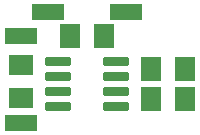
<source format=gts>
G04 EAGLE Gerber RS-274X export*
G75*
%MOMM*%
%FSLAX34Y34*%
%LPD*%
%INTop Solder Mask*%
%IPPOS*%
%AMOC8*
5,1,8,0,0,1.08239X$1,22.5*%
G01*
%ADD10R,2.003200X1.803200*%
%ADD11R,1.803200X2.003200*%
%ADD12R,2.743200X1.473200*%
%ADD13R,1.803200X2.006200*%
%ADD14C,0.353406*%


D10*
X25400Y36800D03*
X25400Y64800D03*
D11*
X135860Y35560D03*
X163860Y35560D03*
X67280Y88900D03*
X95280Y88900D03*
D12*
X25400Y15240D03*
X25400Y88900D03*
X114300Y109220D03*
D13*
X135640Y60960D03*
X164080Y60960D03*
D14*
X65679Y65061D02*
X47481Y65061D01*
X47481Y69559D01*
X65679Y69559D01*
X65679Y65061D01*
X65679Y68418D02*
X47481Y68418D01*
X47481Y52361D02*
X65679Y52361D01*
X47481Y52361D02*
X47481Y56859D01*
X65679Y56859D01*
X65679Y52361D01*
X65679Y55718D02*
X47481Y55718D01*
X47481Y39661D02*
X65679Y39661D01*
X47481Y39661D02*
X47481Y44159D01*
X65679Y44159D01*
X65679Y39661D01*
X65679Y43018D02*
X47481Y43018D01*
X47481Y26961D02*
X65679Y26961D01*
X47481Y26961D02*
X47481Y31459D01*
X65679Y31459D01*
X65679Y26961D01*
X65679Y30318D02*
X47481Y30318D01*
X96881Y26961D02*
X115079Y26961D01*
X96881Y26961D02*
X96881Y31459D01*
X115079Y31459D01*
X115079Y26961D01*
X115079Y30318D02*
X96881Y30318D01*
X96881Y39661D02*
X115079Y39661D01*
X96881Y39661D02*
X96881Y44159D01*
X115079Y44159D01*
X115079Y39661D01*
X115079Y43018D02*
X96881Y43018D01*
X96881Y52361D02*
X115079Y52361D01*
X96881Y52361D02*
X96881Y56859D01*
X115079Y56859D01*
X115079Y52361D01*
X115079Y55718D02*
X96881Y55718D01*
X96881Y65061D02*
X115079Y65061D01*
X96881Y65061D02*
X96881Y69559D01*
X115079Y69559D01*
X115079Y65061D01*
X115079Y68418D02*
X96881Y68418D01*
D12*
X48260Y109220D03*
M02*

</source>
